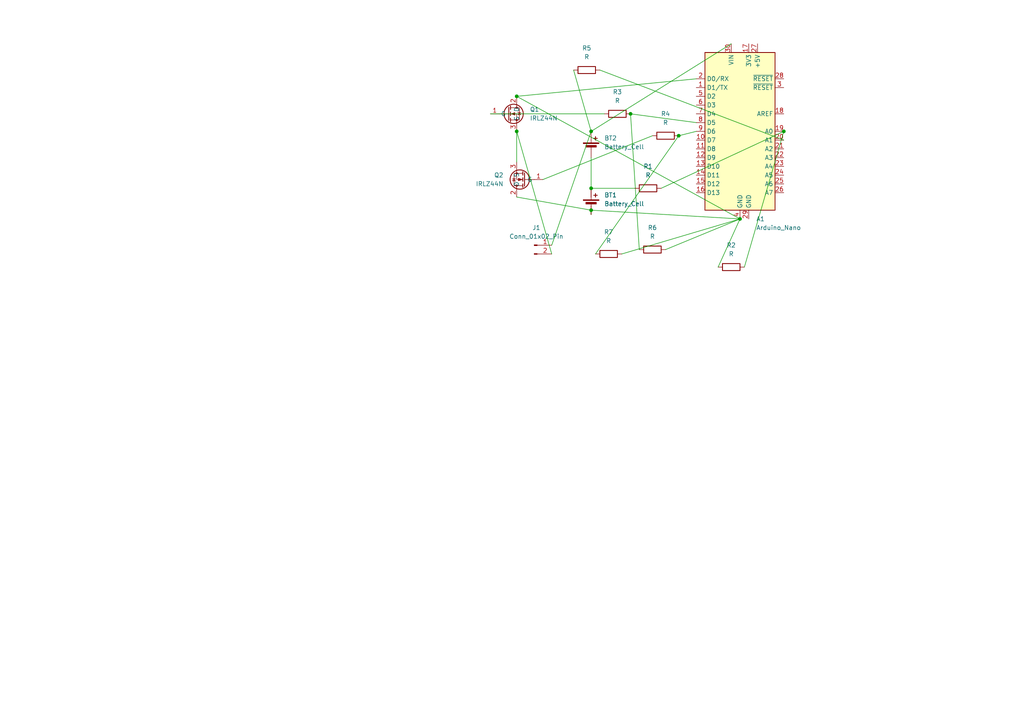
<source format=kicad_sch>
(kicad_sch (version 20250114) (generator "eeschema") (generator_version "9.0")
  (paper "A4")
  (title_block (title "Schaltplan Powerbank") (date "2026-01-15") (company "AkkuCraft"))
  (lib_symbols
    (symbol "Connector:Conn_01x02_Pin" (pin_names (offset 1.016) (hide yes))
      (property "Reference" "J" (at 0 2.54 0))
      (property "Value" "Conn_01x02_Pin" (at 0 -5.08 0))
      (symbol "Conn_01x02_Pin_1_1"
        (rectangle (start 0.8636 0.127) (end 0 -0.127) (stroke (width 0.1524)) (fill (type outline)))
        (rectangle (start 0.8636 -2.413) (end 0 -2.667) (stroke (width 0.1524)) (fill (type outline)))
        (polyline (pts (xy 1.27 0) (xy 0.8636 0)) (stroke (width 0.1524)))
        (polyline (pts (xy 1.27 -2.54) (xy 0.8636 -2.54)) (stroke (width 0.1524)))
        (pin passive line (at 5.08 0 180) (length 3.81) (name "Pin_1") (number "1"))
        (pin passive line (at 5.08 -2.54 180) (length 3.81) (name "Pin_2") (number "2"))
      )
    )
    (symbol "Device:Battery_Cell" (pin_numbers (hide yes)) (pin_names (offset 0) (hide yes))
      (property "Reference" "BT" (at 2.54 2.54 0))
      (property "Value" "Battery_Cell" (at 2.54 0 0))
      (symbol "Battery_Cell_0_1"
        (rectangle (start -2.286 1.778) (end 2.286 1.524) (fill (type outline)))
        (rectangle (start -1.524 1.016) (end 1.524 0.508) (fill (type outline)))
        (polyline (pts (xy 0 1.778) (xy 0 2.54)))
        (polyline (pts (xy 0 0.762) (xy 0 0)))
        (polyline (pts (xy 0.762 3.048) (xy 1.778 3.048)) (stroke (width 0.254)))
        (polyline (pts (xy 1.27 3.556) (xy 1.27 2.54)) (stroke (width 0.254)))
      )
      (symbol "Battery_Cell_1_1"
        (pin passive line (at 0 5.08 270) (length 2.54) (name "+") (number "1"))
        (pin passive line (at 0 -2.54 90) (length 2.54) (name "-") (number "2"))
      )
    )
    (symbol "Device:R" (pin_numbers (hide yes)) (pin_names (offset 0))
      (property "Reference" "R" (at 2.032 0 90))
      (property "Value" "R" (at 0 0 90))
      (symbol "R_0_1"
        (rectangle (start -1.016 -2.54) (end 1.016 2.54) (stroke (width 0.254)))
      )
      (symbol "R_1_1"
        (pin passive line (at 0 3.81 270) (length 1.27) (name "~") (number "1"))
        (pin passive line (at 0 -3.81 90) (length 1.27) (name "~") (number "2"))
      )
    )
    (symbol "IRLZ44N_1"
      (property "Reference" "Q" (at 5.08 1.905 0))
      (property "Value" "IRLZ44N" (at 5.08 0 0))
      (symbol "IRLZ44N_1_0_1"
        (polyline (pts (xy 0.254 1.905) (xy 0.254 -1.905)) (stroke (width 0.254)))
        (polyline (pts (xy 0.254 0) (xy -2.54 0)))
        (polyline (pts (xy 0.762 2.286) (xy 0.762 1.27)) (stroke (width 0.254)))
        (polyline (pts (xy 0.762 0.508) (xy 0.762 -0.508)) (stroke (width 0.254)))
        (polyline (pts (xy 0.762 -1.27) (xy 0.762 -2.286)) (stroke (width 0.254)))
        (polyline (pts (xy 0.762 -1.778) (xy 3.302 -1.778) (xy 3.302 1.778) (xy 0.762 1.778)))
        (polyline (pts (xy 1.016 0) (xy 2.032 0.381) (xy 2.032 -0.381) (xy 1.016 0)) (fill (type outline)))
        (circle (center 1.651 0) (radius 2.794) (stroke (width 0.254)))
        (polyline (pts (xy 2.54 2.54) (xy 2.54 1.778)))
        (circle (center 2.54 1.778) (radius 0.254) (fill (type outline)))
        (circle (center 2.54 -1.778) (radius 0.254) (fill (type outline)))
        (polyline (pts (xy 2.54 -2.54) (xy 2.54 0) (xy 0.762 0)))
        (polyline (pts (xy 2.794 0.508) (xy 2.921 0.381) (xy 3.683 0.381) (xy 3.81 0.254)))
        (polyline (pts (xy 3.302 0.381) (xy 2.921 -0.254) (xy 3.683 -0.254) (xy 3.302 0.381)))
      )
      (symbol "IRLZ44N_1_1_1"
        (pin input line (at -5.08 0 0) (length 2.54) (name "G") (number "1"))
        (pin passive line (at 2.54 5.08 270) (length 2.54) (name "D") (number "2"))
        (pin passive line (at 2.54 -5.08 90) (length 2.54) (name "S") (number "3"))
      )
    )
    (symbol "MCU_Module:Arduino_Nano_v3.x"
      (property "Reference" "A" (at -10.16 23.495 0))
      (property "Value" "Arduino_Nano_v3.x" (at 5.08 -24.13 0))
      (symbol "Arduino_Nano_v3.x_0_1"
        (rectangle (start -10.16 22.86) (end 10.16 -22.86) (stroke (width 0.254)) (fill (type background)))
      )
      (symbol "Arduino_Nano_v3.x_1_1"
        (pin bidirectional line (at -12.7 15.24 0) (length 2.54) (name "D0/RX") (number "2"))
        (pin bidirectional line (at -12.7 12.7 0) (length 2.54) (name "D1/TX") (number "1"))
        (pin bidirectional line (at -12.7 10.16 0) (length 2.54) (name "D2") (number "5"))
        (pin bidirectional line (at -12.7 7.62 0) (length 2.54) (name "D3") (number "6"))
        (pin bidirectional line (at -12.7 5.08 0) (length 2.54) (name "D4") (number "7"))
        (pin bidirectional line (at -12.7 2.54 0) (length 2.54) (name "D5") (number "8"))
        (pin bidirectional line (at -12.7 0 0) (length 2.54) (name "D6") (number "9"))
        (pin bidirectional line (at -12.7 -2.54 0) (length 2.54) (name "D7") (number "10"))
        (pin bidirectional line (at -12.7 -5.08 0) (length 2.54) (name "D8") (number "11"))
        (pin bidirectional line (at -12.7 -7.62 0) (length 2.54) (name "D9") (number "12"))
        (pin bidirectional line (at -12.7 -10.16 0) (length 2.54) (name "D10") (number "13"))
        (pin bidirectional line (at -12.7 -12.7 0) (length 2.54) (name "D11") (number "14"))
        (pin bidirectional line (at -12.7 -15.24 0) (length 2.54) (name "D12") (number "15"))
        (pin bidirectional line (at -12.7 -17.78 0) (length 2.54) (name "D13") (number "16"))
        (pin power_in line (at -2.54 25.4 270) (length 2.54) (name "VIN") (number "30"))
        (pin power_in line (at 0 -25.4 90) (length 2.54) (name "GND") (number "4"))
        (pin power_out line (at 2.54 25.4 270) (length 2.54) (name "3V3") (number "17"))
        (pin power_in line (at 2.54 -25.4 90) (length 2.54) (name "GND") (number "29"))
        (pin power_out line (at 5.08 25.4 270) (length 2.54) (name "+5V") (number "27"))
        (pin input line (at 12.7 15.24 180) (length 2.54) (name "~{RESET}") (number "28"))
        (pin input line (at 12.7 12.7 180) (length 2.54) (name "~{RESET}") (number "3"))
        (pin input line (at 12.7 5.08 180) (length 2.54) (name "AREF") (number "18"))
        (pin bidirectional line (at 12.7 0 180) (length 2.54) (name "A0") (number "19"))
        (pin bidirectional line (at 12.7 -2.54 180) (length 2.54) (name "A1") (number "20"))
        (pin bidirectional line (at 12.7 -5.08 180) (length 2.54) (name "A2") (number "21"))
        (pin bidirectional line (at 12.7 -7.62 180) (length 2.54) (name "A3") (number "22"))
        (pin bidirectional line (at 12.7 -10.16 180) (length 2.54) (name "A4") (number "23"))
        (pin bidirectional line (at 12.7 -12.7 180) (length 2.54) (name "A5") (number "24"))
        (pin bidirectional line (at 12.7 -15.24 180) (length 2.54) (name "A6") (number "25"))
        (pin bidirectional line (at 12.7 -17.78 180) (length 2.54) (name "A7") (number "26"))
      )
    )
    (symbol "Transistor_FET:IRLZ44N"
      (property "Reference" "Q" (at 5.08 1.905 0))
      (property "Value" "IRLZ44N" (at 5.08 0 0))
      (symbol "IRLZ44N_0_1"
        (polyline (pts (xy 0.254 1.905) (xy 0.254 -1.905)) (stroke (width 0.254)))
        (polyline (pts (xy 0.254 0) (xy -2.54 0)))
        (polyline (pts (xy 0.762 2.286) (xy 0.762 1.27)) (stroke (width 0.254)))
        (polyline (pts (xy 0.762 0.508) (xy 0.762 -0.508)) (stroke (width 0.254)))
        (polyline (pts (xy 0.762 -1.27) (xy 0.762 -2.286)) (stroke (width 0.254)))
        (polyline (pts (xy 0.762 -1.778) (xy 3.302 -1.778) (xy 3.302 1.778) (xy 0.762 1.778)))
        (polyline (pts (xy 1.016 0) (xy 2.032 0.381) (xy 2.032 -0.381) (xy 1.016 0)) (fill (type outline)))
        (circle (center 1.651 0) (radius 2.794) (stroke (width 0.254)))
        (polyline (pts (xy 2.54 2.54) (xy 2.54 1.778)))
        (circle (center 2.54 1.778) (radius 0.254) (fill (type outline)))
        (circle (center 2.54 -1.778) (radius 0.254) (fill (type outline)))
        (polyline (pts (xy 2.54 -2.54) (xy 2.54 0) (xy 0.762 0)))
        (polyline (pts (xy 2.794 0.508) (xy 2.921 0.381) (xy 3.683 0.381) (xy 3.81 0.254)))
        (polyline (pts (xy 3.302 0.381) (xy 2.921 -0.254) (xy 3.683 -0.254) (xy 3.302 0.381)))
      )
      (symbol "IRLZ44N_1_1"
        (pin input line (at -5.08 0 0) (length 2.54) (name "G") (number "1"))
        (pin passive line (at 2.54 5.08 270) (length 2.54) (name "D") (number "2"))
        (pin passive line (at 2.54 -5.08 90) (length 2.54) (name "S") (number "3"))
      )
    )
  )
  (junction (at 149.86 27.94))
  (junction (at 171.45 60.96))
  (junction (at 182.88 33.02))
  (junction (at 171.45 54.61))
  (junction (at 227.33 38.1))
  (junction (at 149.86 38.1))
  (junction (at 214.63 63.5))
  (junction (at 171.45 38.1))
  (junction (at 196.85 39.37))
  (wire (pts (xy 149.86 27.94) (xy 214.63 63.5)))
  (wire (pts (xy 171.45 54.61) (xy 184.15 54.61)))
  (wire (pts (xy 208.28 77.47) (xy 214.63 63.5)))
  (wire (pts (xy 215.9 77.47) (xy 227.33 38.1)))
  (wire (pts (xy 171.45 60.96) (xy 214.63 63.5)))
  (wire (pts (xy 171.45 60.96) (xy 171.45 62.23)))
  (wire (pts (xy 185.42 72.39) (xy 182.88 33.02)))
  (wire (pts (xy 180.34 73.66) (xy 214.63 63.5)))
  (wire (pts (xy 171.45 54.61) (xy 171.45 45.72)))
  (wire (pts (xy 227.33 40.64) (xy 173.99 20.32)))
  (wire (pts (xy 193.04 72.39) (xy 214.63 63.5)))
  (wire (pts (xy 171.45 38.1) (xy 212.09 12.7)))
  (wire (pts (xy 172.72 73.66) (xy 196.85 39.37)))
  (wire (pts (xy 149.86 46.99) (xy 149.86 38.1)))
  (wire (pts (xy 142.24 33.02) (xy 175.26 33.02)))
  (wire (pts (xy 201.93 22.86) (xy 149.86 27.94)))
  (wire (pts (xy 157.48 52.07) (xy 189.23 39.37)))
  (wire (pts (xy 196.85 39.37) (xy 201.93 38.1)))
  (wire (pts (xy 149.86 57.15) (xy 171.45 60.96)))
  (wire (pts (xy 166.37 20.32) (xy 171.45 38.1)))
  (wire (pts (xy 182.88 33.02) (xy 201.93 35.56)))
  (wire (pts (xy 160.02 73.66) (xy 149.86 38.1)))
  (wire (pts (xy 160.02 71.12) (xy 171.45 38.1)))
  (wire (pts (xy 191.77 54.61) (xy 227.33 38.1)))
  (symbol (lib_id "Device:R") (at 187.96 54.61 90) (unit 1)
    (property "Reference" "R1" (at 187.96 48.26 90))
    (property "Value" "R" (at 187.96 50.8 90))
    (property "Description" "Resistor" (effects (hide yes)))
  )
  (symbol (lib_id "Device:Battery_Cell") (at 171.45 59.69 0) (unit 1)
    (property "Reference" "BT1" (at 175.26 56.5784 0) (effects (justify left)))
    (property "Value" "Battery_Cell" (at 175.26 59.1184 0) (effects (justify left)))
    (property "Description" "Single-cell battery" (effects (hide yes)))
    (property "Sim.Device" "V" (effects (hide yes)))
    (property "Sim.Type" "DC" (effects (hide yes)))
    (property "Sim.Pins" "1=+ 2=-" (effects (hide yes)))
  )
  (symbol (lib_id "Device:R") (at 179.07 33.02 90) (unit 1)
    (property "Reference" "R3" (at 179.07 26.67 90))
    (property "Value" "R" (at 179.07 29.21 90))
    (property "Description" "Resistor" (effects (hide yes)))
  )
  (symbol (lib_id "Connector:Conn_01x02_Pin") (at 154.94 71.12 0) (unit 1)
    (property "Reference" "J1" (at 155.575 66.04 0))
    (property "Value" "Conn_01x02_Pin" (at 155.575 68.58 0))
    (property "Description" "Generic connector, single row, 01x02, script generated" (effects (hide yes)))
  )
  (symbol (lib_id "Device:R") (at 189.23 72.39 90) (unit 1)
    (property "Reference" "R6" (at 189.23 66.04 90))
    (property "Value" "R" (at 189.23 68.58 90))
    (property "Description" "Resistor" (effects (hide yes)))
  )
  (symbol (lib_id "Device:R") (at 193.04 39.37 90) (unit 1)
    (property "Reference" "R4" (at 193.04 33.02 90))
    (property "Value" "R" (at 193.04 35.56 90))
    (property "Description" "Resistor" (effects (hide yes)))
  )
  (symbol (lib_id "Transistor_FET:IRLZ44N") (at 152.4 52.07 180) (unit 1)
    (property "Reference" "Q2" (at 146.05 50.7999 0) (effects (justify left)))
    (property "Value" "IRLZ44N" (at 146.05 53.3399 0) (effects (justify left)))
    (property "Footprint" "Package_TO_SOT_THT:TO-220-3_Vertical" (effects (hide yes)))
    (property "Datasheet" "http://www.irf.com/product-info/datasheets/data/irlz44n.pdf" (effects (hide yes)))
    (property "Description" "47A Id, 55V Vds, 22mOhm Rds Single N-Channel HEXFET Power MOSFET, TO-220AB" (effects (hide yes)))
  )
  (symbol (lib_id "Device:Battery_Cell") (at 171.45 43.18 0) (unit 1)
    (property "Reference" "BT2" (at 175.26 40.0684 0) (effects (justify left)))
    (property "Value" "Battery_Cell" (at 175.26 42.6084 0) (effects (justify left)))
    (property "Description" "Single-cell battery" (effects (hide yes)))
    (property "Sim.Device" "V" (effects (hide yes)))
    (property "Sim.Type" "DC" (effects (hide yes)))
    (property "Sim.Pins" "1=+ 2=-" (effects (hide yes)))
  )
  (symbol (lib_id "Device:R") (at 176.53 73.66 90) (unit 1)
    (property "Reference" "R7" (at 176.53 67.31 90))
    (property "Value" "R" (at 176.53 69.85 90))
    (property "Description" "Resistor" (effects (hide yes)))
  )
  (symbol (lib_name "IRLZ44N_1") (lib_id "Transistor_FET:IRLZ44N") (at 147.32 33.02 0) (unit 1)
    (property "Reference" "Q1" (at 153.67 31.7499 0) (effects (justify left)))
    (property "Value" "IRLZ44N" (at 153.67 34.2899 0) (effects (justify left)))
    (property "Footprint" "Package_TO_SOT_THT:TO-220-3_Vertical" (effects (hide yes)))
    (property "Datasheet" "http://www.irf.com/product-info/datasheets/data/irlz44n.pdf" (effects (hide yes)))
    (property "Description" "47A Id, 55V Vds, 22mOhm Rds Single N-Channel HEXFET Power MOSFET, TO-220AB" (effects (hide yes)))
  )
  (symbol (lib_id "Device:R") (at 170.18 20.32 90) (unit 1)
    (property "Reference" "R5" (at 170.18 13.97 90))
    (property "Value" "R" (at 170.18 16.51 90))
    (property "Description" "Resistor" (effects (hide yes)))
  )
  (symbol (lib_id "Device:R") (at 212.09 77.47 90) (unit 1)
    (property "Reference" "R2" (at 212.09 71.12 90))
    (property "Value" "R" (at 212.09 73.66 90))
    (property "Description" "Resistor" (effects (hide yes)))
  )
  (symbol (lib_id "MCU_Module:Arduino_Nano_v3.x") (at 214.63 38.1 0) (unit 1)
    (property "Reference" "A1" (at 219.3133 63.5 0) (effects (justify left)))
    (property "Value" "Arduino_Nano" (at 219.3133 66.04 0) (effects (justify left)))
    (property "Footprint" "Module:Arduino_Nano" (effects (hide yes)))
    (property "Datasheet" "http://www.mouser.com/pdfdocs/Gravitech_Arduino_Nano3_0.pdf" (effects (hide yes)))
    (property "Description" "Arduino Nano v3.x" (effects (hide yes)))
  )
)
</source>
